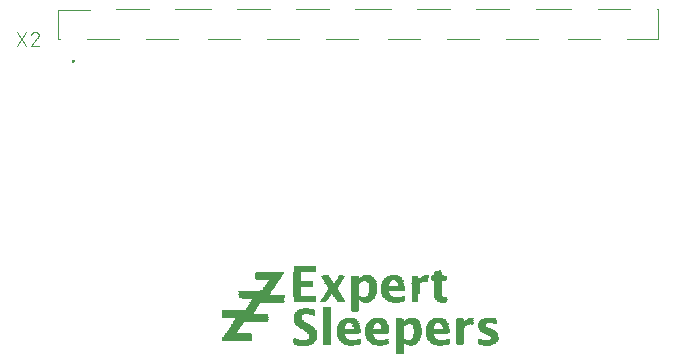
<source format=gbr>
G04 EAGLE Gerber RS-274X export*
G75*
%MOMM*%
%FSLAX34Y34*%
%LPD*%
%INSilkscreen Top*%
%IPPOS*%
%AMOC8*
5,1,8,0,0,1.08239X$1,22.5*%
G01*
%ADD10C,0.100000*%
%ADD11C,0.100000*%
%ADD12C,0.200000*%
%ADD13C,0.200000*%
%ADD14C,0.101600*%
%ADD15R,0.635000X0.042419*%
%ADD16R,0.635000X0.042162*%
%ADD17R,0.932181X0.042419*%
%ADD18R,0.508000X0.042419*%
%ADD19R,0.337819X0.042419*%
%ADD20R,0.594363X0.042419*%
%ADD21R,1.313181X0.042419*%
%ADD22R,0.548638X0.042419*%
%ADD23R,1.016000X0.042419*%
%ADD24R,1.059181X0.042419*%
%ADD25R,0.551181X0.042419*%
%ADD26R,0.972819X0.042419*%
%ADD27R,1.480819X0.042162*%
%ADD28R,1.313181X0.042162*%
%ADD29R,1.270000X0.042162*%
%ADD30R,0.845819X0.042162*%
%ADD31R,1.310638X0.042162*%
%ADD32R,0.591819X0.042162*%
%ADD33R,1.229363X0.042162*%
%ADD34R,1.564638X0.042419*%
%ADD35R,1.437638X0.042419*%
%ADD36R,1.440181X0.042419*%
%ADD37R,1.397000X0.042419*%
%ADD38R,1.651000X0.042419*%
%ADD39R,1.567181X0.042419*%
%ADD40R,1.524000X0.042419*%
%ADD41R,1.102363X0.042419*%
%ADD42R,1.480819X0.042419*%
%ADD43R,1.734819X0.042162*%
%ADD44R,1.607819X0.042162*%
%ADD45R,1.564638X0.042162*%
%ADD46R,1.818638X0.042162*%
%ADD47R,1.610363X0.042162*%
%ADD48R,1.524000X0.042162*%
%ADD49R,1.778000X0.042419*%
%ADD50R,1.607819X0.042419*%
%ADD51R,1.861819X0.042419*%
%ADD52R,1.821181X0.042419*%
%ADD53R,1.694181X0.042419*%
%ADD54R,1.691638X0.042419*%
%ADD55R,1.905000X0.042419*%
%ADD56R,1.861819X0.042162*%
%ADD57R,1.945638X0.042162*%
%ADD58R,1.737363X0.042162*%
%ADD59R,1.651000X0.042162*%
%ADD60R,2.496819X0.042419*%
%ADD61R,1.988819X0.042419*%
%ADD62R,2.583181X0.042419*%
%ADD63R,0.889000X0.042419*%
%ADD64R,0.929638X0.042419*%
%ADD65R,0.805181X0.042419*%
%ADD66R,0.464819X0.042419*%
%ADD67R,0.721363X0.042419*%
%ADD68R,2.540000X0.042162*%
%ADD69R,0.424181X0.042162*%
%ADD70R,0.805181X0.042162*%
%ADD71R,0.337819X0.042162*%
%ADD72R,0.294637X0.042162*%
%ADD73R,0.762000X0.042162*%
%ADD74R,0.848363X0.042162*%
%ADD75R,0.340363X0.042162*%
%ADD76R,0.297181X0.042162*%
%ADD77R,0.675638X0.042162*%
%ADD78R,2.540000X0.042419*%
%ADD79R,0.297181X0.042419*%
%ADD80R,0.762000X0.042419*%
%ADD81R,0.127000X0.042419*%
%ADD82R,0.170181X0.042419*%
%ADD83R,2.499363X0.042419*%
%ADD84R,0.718819X0.042419*%
%ADD85R,2.499363X0.042162*%
%ADD86R,0.718819X0.042162*%
%ADD87R,2.456181X0.042419*%
%ADD88R,0.675638X0.042419*%
%ADD89R,0.678181X0.042419*%
%ADD90R,2.413000X0.042419*%
%ADD91R,2.413000X0.042162*%
%ADD92R,0.678181X0.042162*%
%ADD93R,0.721363X0.042162*%
%ADD94R,2.372362X0.042419*%
%ADD95R,2.329181X0.042419*%
%ADD96R,2.329181X0.042162*%
%ADD97R,2.286000X0.042419*%
%ADD98R,2.245363X0.042419*%
%ADD99R,0.975363X0.042419*%
%ADD100R,2.202181X0.042162*%
%ADD101R,1.102363X0.042162*%
%ADD102R,1.099819X0.042419*%
%ADD103R,1.143000X0.042419*%
%ADD104R,0.802638X0.042419*%
%ADD105R,1.183638X0.042419*%
%ADD106R,0.929638X0.042162*%
%ADD107R,2.032000X0.042162*%
%ADD108R,1.988819X0.042162*%
%ADD109R,2.032000X0.042419*%
%ADD110R,1.226819X0.042419*%
%ADD111R,1.270000X0.042419*%
%ADD112R,0.889000X0.042162*%
%ADD113R,0.975363X0.042162*%
%ADD114R,1.099819X0.042162*%
%ADD115R,1.059181X0.042162*%
%ADD116R,0.591819X0.042419*%
%ADD117R,1.186181X0.042419*%
%ADD118R,1.183638X0.042162*%
%ADD119R,0.802638X0.042162*%
%ADD120R,1.229363X0.042419*%
%ADD121R,1.186181X0.042162*%
%ADD122R,0.594363X0.042162*%
%ADD123R,0.848363X0.042419*%
%ADD124R,0.932181X0.042162*%
%ADD125R,0.845819X0.042419*%
%ADD126R,1.056638X0.042419*%
%ADD127R,2.072637X0.042419*%
%ADD128R,0.086363X0.042419*%
%ADD129R,2.072637X0.042162*%
%ADD130R,1.440181X0.042162*%
%ADD131R,0.254000X0.042162*%
%ADD132R,1.483363X0.042162*%
%ADD133R,2.921000X0.042419*%
%ADD134R,2.880362X0.042419*%
%ADD135R,1.353819X0.042419*%
%ADD136R,2.880362X0.042162*%
%ADD137R,1.397000X0.042162*%
%ADD138R,2.837181X0.042419*%
%ADD139R,2.794000X0.042419*%
%ADD140R,2.794000X0.042162*%
%ADD141R,2.753363X0.042419*%
%ADD142R,3.556000X0.042419*%
%ADD143R,3.896363X0.042162*%
%ADD144R,3.896363X0.042419*%
%ADD145R,0.467363X0.042162*%
%ADD146R,2.667000X0.042419*%
%ADD147R,2.667000X0.042162*%
%ADD148R,2.710181X0.042419*%
%ADD149R,1.610363X0.042419*%
%ADD150R,2.753363X0.042162*%
%ADD151R,0.551181X0.042162*%
%ADD152R,1.483363X0.042419*%
%ADD153R,2.877819X0.042162*%
%ADD154R,1.945638X0.042419*%
%ADD155R,0.508000X0.042162*%
%ADD156R,1.016000X0.042162*%
%ADD157R,2.750819X0.042419*%
%ADD158R,1.864363X0.042419*%
%ADD159R,2.710181X0.042162*%
%ADD160R,1.864363X0.042162*%
%ADD161R,3.639819X0.042419*%
%ADD162R,1.948181X0.042419*%
%ADD163R,1.737363X0.042419*%
%ADD164R,3.853181X0.042162*%
%ADD165R,1.991363X0.042162*%
%ADD166R,1.778000X0.042162*%
%ADD167R,3.853181X0.042419*%
%ADD168R,0.254000X0.042419*%
%ADD169R,0.083819X0.042162*%
%ADD170R,2.626362X0.042162*%
%ADD171R,2.626362X0.042419*%
%ADD172R,1.310638X0.042419*%
%ADD173R,1.056638X0.042162*%
%ADD174R,1.694181X0.042162*%
%ADD175R,0.548638X0.042162*%
%ADD176R,2.075181X0.042419*%
%ADD177R,1.991363X0.042419*%
%ADD178R,1.356363X0.042419*%
%ADD179R,2.118362X0.042419*%
%ADD180R,2.118362X0.042162*%
%ADD181R,1.226819X0.042162*%
%ADD182R,1.356363X0.042162*%
%ADD183R,2.159000X0.042419*%
%ADD184R,2.202181X0.042419*%
%ADD185R,0.340363X0.042419*%
%ADD186R,0.381000X0.042419*%
%ADD187R,2.286000X0.042162*%
%ADD188R,0.381000X0.042162*%
%ADD189R,2.372362X0.042162*%
%ADD190R,0.213363X0.042162*%
%ADD191R,1.818638X0.042419*%


D10*
X126500Y359750D02*
X100000Y359750D01*
D11*
X100000Y359750D03*
D10*
X126500Y359750D01*
D11*
X126500Y359750D03*
X100000Y359750D03*
D10*
X100000Y334550D01*
D11*
X100000Y334550D03*
D10*
X100000Y359750D01*
X100000Y334550D02*
X101500Y334550D01*
D11*
X101500Y334550D03*
D10*
X100000Y334550D01*
D11*
X100000Y334550D03*
D10*
X124000Y334550D02*
X151500Y334550D01*
D11*
X151500Y334550D03*
D10*
X124000Y334550D01*
D11*
X124000Y334550D03*
D10*
X149000Y359950D02*
X176500Y359950D01*
D11*
X176500Y359950D03*
D10*
X149000Y359950D01*
D11*
X149000Y359950D03*
D10*
X174000Y334550D02*
X201500Y334550D01*
D11*
X201500Y334550D03*
D10*
X174000Y334550D01*
D11*
X174000Y334550D03*
D10*
X199000Y359950D02*
X229000Y359950D01*
D11*
X229000Y359950D03*
D10*
X199000Y359950D01*
D11*
X199000Y359950D03*
D10*
X226500Y334550D02*
X254000Y334550D01*
D11*
X254000Y334550D03*
D10*
X226500Y334550D01*
D11*
X226500Y334550D03*
D10*
X251500Y359950D02*
X279000Y359950D01*
D11*
X279000Y359950D03*
D10*
X251500Y359950D01*
D11*
X251500Y359950D03*
D10*
X276500Y334550D02*
X304000Y334550D01*
D11*
X304000Y334550D03*
D10*
X276500Y334550D01*
D11*
X276500Y334550D03*
D10*
X301500Y359950D02*
X329000Y359950D01*
D11*
X329000Y359950D03*
D10*
X301500Y359950D01*
D11*
X301500Y359950D03*
D10*
X326500Y334550D02*
X354000Y334550D01*
D11*
X354000Y334550D03*
D10*
X326500Y334550D01*
D11*
X326500Y334550D03*
D10*
X351500Y359950D02*
X381500Y359950D01*
D11*
X381500Y359950D03*
D10*
X351500Y359950D01*
D11*
X351500Y359950D03*
D10*
X379000Y334550D02*
X406500Y334550D01*
D11*
X406500Y334550D03*
D10*
X379000Y334550D01*
D11*
X379000Y334550D03*
D10*
X404000Y359950D02*
X431500Y359950D01*
D11*
X431500Y359950D03*
D10*
X404000Y359950D01*
D11*
X404000Y359950D03*
D10*
X429000Y334550D02*
X456500Y334550D01*
D11*
X456500Y334550D03*
D10*
X429000Y334550D01*
D11*
X429000Y334550D03*
D10*
X454000Y359950D02*
X481500Y359950D01*
D11*
X481500Y359950D03*
D10*
X454000Y359950D01*
D11*
X454000Y359950D03*
D10*
X479000Y334550D02*
X506500Y334550D01*
D11*
X506500Y334550D03*
D10*
X479000Y334550D01*
D11*
X479000Y334550D03*
D10*
X504000Y359950D02*
X534000Y359950D01*
D11*
X534000Y359950D03*
D10*
X504000Y359950D01*
D11*
X504000Y359950D03*
D10*
X531500Y334550D02*
X559000Y334550D01*
D11*
X559000Y334550D03*
D10*
X531500Y334550D01*
D11*
X531500Y334550D03*
D10*
X556500Y359950D02*
X584000Y359950D01*
D11*
X584000Y359950D03*
D10*
X556500Y359950D01*
D11*
X556500Y359950D03*
D10*
X581500Y334550D02*
X608000Y334550D01*
D11*
X608000Y334550D03*
D10*
X581500Y334550D01*
D11*
X581500Y334550D03*
X608000Y334550D03*
D10*
X608000Y359950D01*
D11*
X608000Y359950D03*
D10*
X608000Y334550D01*
X608000Y359950D02*
X606500Y359950D01*
D11*
X606500Y359950D03*
D10*
X608000Y359950D01*
D11*
X608000Y359950D03*
D12*
X112000Y316250D03*
D13*
X112002Y316206D01*
X112008Y316163D01*
X112017Y316121D01*
X112030Y316079D01*
X112047Y316039D01*
X112067Y316000D01*
X112090Y315963D01*
X112117Y315929D01*
X112146Y315896D01*
X112179Y315867D01*
X112213Y315840D01*
X112250Y315817D01*
X112289Y315797D01*
X112329Y315780D01*
X112371Y315767D01*
X112413Y315758D01*
X112456Y315752D01*
X112500Y315750D01*
X112544Y315752D01*
X112587Y315758D01*
X112629Y315767D01*
X112671Y315780D01*
X112711Y315797D01*
X112750Y315817D01*
X112787Y315840D01*
X112821Y315867D01*
X112854Y315896D01*
X112883Y315929D01*
X112910Y315963D01*
X112933Y316000D01*
X112953Y316039D01*
X112970Y316079D01*
X112983Y316121D01*
X112992Y316163D01*
X112998Y316206D01*
X113000Y316250D01*
D12*
X113000Y316250D03*
D13*
X112998Y316294D01*
X112992Y316337D01*
X112983Y316379D01*
X112970Y316421D01*
X112953Y316461D01*
X112933Y316500D01*
X112910Y316537D01*
X112883Y316571D01*
X112854Y316604D01*
X112821Y316633D01*
X112787Y316660D01*
X112750Y316683D01*
X112711Y316703D01*
X112671Y316720D01*
X112629Y316733D01*
X112587Y316742D01*
X112544Y316748D01*
X112500Y316750D01*
X112456Y316748D01*
X112413Y316742D01*
X112371Y316733D01*
X112329Y316720D01*
X112289Y316703D01*
X112250Y316683D01*
X112213Y316660D01*
X112179Y316633D01*
X112146Y316604D01*
X112117Y316571D01*
X112090Y316537D01*
X112067Y316500D01*
X112047Y316461D01*
X112030Y316421D01*
X112017Y316379D01*
X112008Y316337D01*
X112002Y316294D01*
X112000Y316250D01*
D12*
X112000Y316250D03*
D13*
X112002Y316206D01*
X112008Y316163D01*
X112017Y316121D01*
X112030Y316079D01*
X112047Y316039D01*
X112067Y316000D01*
X112090Y315963D01*
X112117Y315929D01*
X112146Y315896D01*
X112179Y315867D01*
X112213Y315840D01*
X112250Y315817D01*
X112289Y315797D01*
X112329Y315780D01*
X112371Y315767D01*
X112413Y315758D01*
X112456Y315752D01*
X112500Y315750D01*
X112544Y315752D01*
X112587Y315758D01*
X112629Y315767D01*
X112671Y315780D01*
X112711Y315797D01*
X112750Y315817D01*
X112787Y315840D01*
X112821Y315867D01*
X112854Y315896D01*
X112883Y315929D01*
X112910Y315963D01*
X112933Y316000D01*
X112953Y316039D01*
X112970Y316079D01*
X112983Y316121D01*
X112992Y316163D01*
X112998Y316206D01*
X113000Y316250D01*
D14*
X72504Y340992D02*
X64715Y329308D01*
X72504Y329308D02*
X64715Y340992D01*
X80364Y340992D02*
X80471Y340990D01*
X80577Y340984D01*
X80683Y340974D01*
X80789Y340961D01*
X80895Y340943D01*
X80999Y340922D01*
X81103Y340897D01*
X81206Y340868D01*
X81307Y340836D01*
X81407Y340799D01*
X81506Y340759D01*
X81604Y340716D01*
X81700Y340669D01*
X81794Y340618D01*
X81886Y340564D01*
X81976Y340507D01*
X82064Y340447D01*
X82149Y340383D01*
X82232Y340316D01*
X82313Y340246D01*
X82391Y340174D01*
X82467Y340098D01*
X82539Y340020D01*
X82609Y339939D01*
X82676Y339856D01*
X82740Y339771D01*
X82800Y339683D01*
X82857Y339593D01*
X82911Y339501D01*
X82962Y339407D01*
X83009Y339311D01*
X83052Y339213D01*
X83092Y339114D01*
X83129Y339014D01*
X83161Y338913D01*
X83190Y338810D01*
X83215Y338706D01*
X83236Y338602D01*
X83254Y338496D01*
X83267Y338390D01*
X83277Y338284D01*
X83283Y338178D01*
X83285Y338071D01*
X80364Y340992D02*
X80243Y340990D01*
X80122Y340984D01*
X80002Y340974D01*
X79881Y340961D01*
X79762Y340943D01*
X79642Y340922D01*
X79524Y340897D01*
X79407Y340868D01*
X79290Y340835D01*
X79175Y340799D01*
X79061Y340758D01*
X78948Y340715D01*
X78836Y340667D01*
X78727Y340616D01*
X78619Y340561D01*
X78512Y340503D01*
X78408Y340442D01*
X78306Y340377D01*
X78206Y340309D01*
X78108Y340238D01*
X78012Y340164D01*
X77919Y340087D01*
X77829Y340006D01*
X77741Y339923D01*
X77656Y339837D01*
X77573Y339748D01*
X77494Y339657D01*
X77417Y339563D01*
X77344Y339467D01*
X77274Y339369D01*
X77207Y339268D01*
X77143Y339165D01*
X77083Y339060D01*
X77026Y338953D01*
X76972Y338845D01*
X76922Y338735D01*
X76876Y338623D01*
X76833Y338510D01*
X76794Y338395D01*
X82312Y335799D02*
X82391Y335876D01*
X82467Y335957D01*
X82540Y336040D01*
X82610Y336125D01*
X82677Y336213D01*
X82741Y336303D01*
X82801Y336395D01*
X82858Y336490D01*
X82912Y336586D01*
X82963Y336684D01*
X83010Y336784D01*
X83054Y336886D01*
X83094Y336989D01*
X83130Y337093D01*
X83162Y337199D01*
X83191Y337305D01*
X83216Y337413D01*
X83238Y337521D01*
X83255Y337631D01*
X83269Y337740D01*
X83278Y337850D01*
X83284Y337961D01*
X83286Y338071D01*
X82311Y335799D02*
X76794Y329308D01*
X83285Y329308D01*
D15*
X389052Y68157D03*
D16*
X389052Y68580D03*
D15*
X389052Y69003D03*
X389052Y69427D03*
D16*
X389052Y69850D03*
D15*
X389052Y70273D03*
X389052Y70697D03*
D16*
X389052Y71120D03*
D15*
X389052Y71543D03*
X389052Y71967D03*
D16*
X389052Y72390D03*
D15*
X389052Y72813D03*
X389052Y73237D03*
D16*
X389052Y73660D03*
D15*
X389052Y74083D03*
X389052Y74507D03*
D16*
X389052Y74930D03*
D17*
X307124Y75353D03*
D18*
X347777Y75353D03*
X371907Y75353D03*
D15*
X389052Y75353D03*
D19*
X398564Y75353D03*
D18*
X423113Y75353D03*
D20*
X462915Y75353D03*
D21*
X306921Y75777D03*
D22*
X327660Y75777D03*
D23*
X348615Y75777D03*
D24*
X372529Y75777D03*
D15*
X389052Y75777D03*
X398348Y75777D03*
D23*
X423977Y75777D03*
D25*
X440271Y75777D03*
D26*
X462699Y75777D03*
D27*
X306921Y76200D03*
D16*
X327660Y76200D03*
D28*
X348831Y76200D03*
D29*
X372745Y76200D03*
D16*
X389052Y76200D03*
D30*
X398564Y76200D03*
D31*
X424180Y76200D03*
D32*
X440474Y76200D03*
D33*
X462280Y76200D03*
D34*
X307340Y76623D03*
D15*
X327660Y76623D03*
D35*
X348615Y76623D03*
X372745Y76623D03*
D15*
X389052Y76623D03*
D26*
X398361Y76623D03*
D36*
X423964Y76623D03*
D15*
X440258Y76623D03*
D37*
X462280Y76623D03*
D38*
X307772Y77047D03*
D15*
X327660Y77047D03*
D39*
X348399Y77047D03*
D40*
X372313Y77047D03*
D15*
X389052Y77047D03*
D41*
X398145Y77047D03*
D40*
X423545Y77047D03*
D15*
X440258Y77047D03*
D42*
X462699Y77047D03*
D43*
X307759Y77470D03*
D16*
X327660Y77470D03*
D44*
X348196Y77470D03*
D45*
X372110Y77470D03*
D46*
X394970Y77470D03*
D47*
X423545Y77470D03*
D16*
X440258Y77470D03*
D48*
X462915Y77470D03*
D49*
X307975Y77893D03*
D15*
X327660Y77893D03*
D38*
X347980Y77893D03*
D50*
X371894Y77893D03*
D51*
X395186Y77893D03*
D38*
X423342Y77893D03*
D15*
X440258Y77893D03*
D39*
X463131Y77893D03*
D52*
X308191Y78317D03*
D15*
X327660Y78317D03*
D53*
X347764Y78317D03*
D54*
X371475Y78317D03*
D55*
X395402Y78317D03*
D53*
X423126Y78317D03*
D15*
X440258Y78317D03*
D50*
X463334Y78317D03*
D56*
X308394Y78740D03*
D16*
X327660Y78740D03*
D43*
X347561Y78740D03*
X371259Y78740D03*
D57*
X395605Y78740D03*
D58*
X422910Y78740D03*
D16*
X440258Y78740D03*
D59*
X463550Y78740D03*
D60*
X251041Y79163D03*
D55*
X308610Y79163D03*
D15*
X327660Y79163D03*
D49*
X347345Y79163D03*
X371043Y79163D03*
D61*
X395821Y79163D03*
D49*
X422707Y79163D03*
D15*
X440258Y79163D03*
D53*
X463766Y79163D03*
D62*
X251041Y79587D03*
D15*
X302260Y79587D03*
D63*
X313690Y79587D03*
D15*
X327660Y79587D03*
D52*
X347129Y79587D03*
D49*
X371043Y79587D03*
D64*
X390525Y79587D03*
D65*
X401739Y79587D03*
D52*
X422491Y79587D03*
D15*
X440258Y79587D03*
D66*
X457619Y79587D03*
D67*
X468630Y79587D03*
D68*
X251257Y80010D03*
D69*
X301206Y80010D03*
D70*
X314541Y80010D03*
D16*
X327660Y80010D03*
D30*
X341846Y80010D03*
D71*
X354546Y80010D03*
D30*
X365976Y80010D03*
D72*
X378460Y80010D03*
D30*
X390106Y80010D03*
D73*
X402387Y80010D03*
D74*
X417195Y80010D03*
D75*
X429895Y80010D03*
D16*
X440258Y80010D03*
D76*
X456781Y80010D03*
D77*
X469265Y80010D03*
D78*
X251257Y80433D03*
D79*
X300571Y80433D03*
D67*
X314960Y80433D03*
D15*
X327660Y80433D03*
D80*
X341427Y80433D03*
D81*
X355168Y80433D03*
D65*
X365341Y80433D03*
D81*
X379298Y80433D03*
D80*
X389687Y80433D03*
X402793Y80433D03*
X416763Y80433D03*
D81*
X430530Y80433D03*
D15*
X440258Y80433D03*
D82*
X456146Y80433D03*
D15*
X469468Y80433D03*
D83*
X251460Y80857D03*
D81*
X300152Y80857D03*
D84*
X315379Y80857D03*
D15*
X327660Y80857D03*
D80*
X340995Y80857D03*
X365125Y80857D03*
D84*
X389471Y80857D03*
X403009Y80857D03*
D80*
X416357Y80857D03*
D15*
X440258Y80857D03*
X469468Y80857D03*
D85*
X251460Y81280D03*
D86*
X315379Y81280D03*
D16*
X327660Y81280D03*
D86*
X340779Y81280D03*
D73*
X364693Y81280D03*
D77*
X389255Y81280D03*
X403225Y81280D03*
D86*
X416141Y81280D03*
D16*
X440258Y81280D03*
X469468Y81280D03*
D87*
X251676Y81703D03*
D88*
X315595Y81703D03*
D15*
X327660Y81703D03*
D67*
X340360Y81703D03*
X364490Y81703D03*
D15*
X389052Y81703D03*
D89*
X403644Y81703D03*
D84*
X415709Y81703D03*
D15*
X440258Y81703D03*
X469468Y81703D03*
D90*
X251892Y82127D03*
D88*
X315595Y82127D03*
D15*
X327660Y82127D03*
D89*
X340144Y82127D03*
X364274Y82127D03*
D15*
X389052Y82127D03*
D89*
X403644Y82127D03*
X415506Y82127D03*
D15*
X440258Y82127D03*
X469468Y82127D03*
D91*
X251892Y82550D03*
D92*
X316014Y82550D03*
D16*
X327660Y82550D03*
D86*
X339941Y82550D03*
D77*
X363855Y82550D03*
D16*
X389052Y82550D03*
D92*
X403644Y82550D03*
D93*
X415290Y82550D03*
D16*
X440258Y82550D03*
D77*
X469265Y82550D03*
D94*
X252095Y82973D03*
D89*
X316014Y82973D03*
D15*
X327660Y82973D03*
D88*
X339725Y82973D03*
X363855Y82973D03*
D15*
X389052Y82973D03*
D89*
X404076Y82973D03*
X415074Y82973D03*
D15*
X440258Y82973D03*
D84*
X469049Y82973D03*
D95*
X252311Y83397D03*
D89*
X316014Y83397D03*
D15*
X327660Y83397D03*
D88*
X339725Y83397D03*
D15*
X363652Y83397D03*
X389052Y83397D03*
D89*
X404076Y83397D03*
X415074Y83397D03*
D15*
X440258Y83397D03*
D80*
X468833Y83397D03*
D96*
X252311Y83820D03*
D92*
X316014Y83820D03*
D16*
X327660Y83820D03*
X339522Y83820D03*
D92*
X363436Y83820D03*
D16*
X389052Y83820D03*
D92*
X404076Y83820D03*
D16*
X414858Y83820D03*
X440258Y83820D03*
D30*
X468414Y83820D03*
D97*
X252527Y84243D03*
D84*
X315811Y84243D03*
D15*
X327660Y84243D03*
X339522Y84243D03*
D89*
X363436Y84243D03*
D15*
X389052Y84243D03*
D89*
X404076Y84243D03*
D88*
X414655Y84243D03*
D15*
X440258Y84243D03*
D64*
X467995Y84243D03*
D98*
X252730Y84667D03*
D84*
X315811Y84667D03*
D15*
X327660Y84667D03*
D89*
X339306Y84667D03*
D15*
X363220Y84667D03*
X389052Y84667D03*
X404292Y84667D03*
D88*
X414655Y84667D03*
D15*
X440258Y84667D03*
D99*
X467360Y84667D03*
D100*
X252514Y85090D03*
D73*
X315595Y85090D03*
D16*
X327660Y85090D03*
D92*
X339306Y85090D03*
X363436Y85090D03*
D16*
X389052Y85090D03*
X404292Y85090D03*
D77*
X414655Y85090D03*
D16*
X440258Y85090D03*
D101*
X466725Y85090D03*
D102*
X247434Y85513D03*
D80*
X315163Y85513D03*
D15*
X327660Y85513D03*
D55*
X345440Y85513D03*
X369570Y85513D03*
D15*
X389052Y85513D03*
D88*
X404495Y85513D03*
D55*
X420802Y85513D03*
D15*
X440258Y85513D03*
D103*
X466090Y85513D03*
D63*
X246812Y85937D03*
D104*
X314960Y85937D03*
D15*
X327660Y85937D03*
D61*
X345859Y85937D03*
X369989Y85937D03*
D15*
X389052Y85937D03*
D88*
X404495Y85937D03*
D61*
X421221Y85937D03*
D15*
X440258Y85937D03*
D105*
X465455Y85937D03*
D106*
X247015Y86360D03*
D30*
X314744Y86360D03*
D16*
X327660Y86360D03*
D107*
X346075Y86360D03*
D108*
X369989Y86360D03*
D16*
X389052Y86360D03*
D77*
X404495Y86360D03*
D108*
X421221Y86360D03*
D16*
X440258Y86360D03*
D33*
X464820Y86360D03*
D63*
X247218Y86783D03*
X314528Y86783D03*
D15*
X327660Y86783D03*
D109*
X346075Y86783D03*
D61*
X369989Y86783D03*
D15*
X389052Y86783D03*
D88*
X404495Y86783D03*
D61*
X421221Y86783D03*
D15*
X440258Y86783D03*
D110*
X464401Y86783D03*
D63*
X247650Y87207D03*
D17*
X313906Y87207D03*
D15*
X327660Y87207D03*
D109*
X346075Y87207D03*
D61*
X369989Y87207D03*
D15*
X389052Y87207D03*
D88*
X404495Y87207D03*
D61*
X421221Y87207D03*
D15*
X440258Y87207D03*
D111*
X463753Y87207D03*
D112*
X247650Y87630D03*
D113*
X313690Y87630D03*
D16*
X327660Y87630D03*
D107*
X346075Y87630D03*
D108*
X369989Y87630D03*
D16*
X389052Y87630D03*
D77*
X404495Y87630D03*
D108*
X421221Y87630D03*
D16*
X440258Y87630D03*
D29*
X463347Y87630D03*
D63*
X248082Y88053D03*
D23*
X313055Y88053D03*
D15*
X327660Y88053D03*
D61*
X345859Y88053D03*
X369989Y88053D03*
D15*
X389052Y88053D03*
D88*
X404495Y88053D03*
D61*
X421221Y88053D03*
D15*
X440258Y88053D03*
D110*
X462699Y88053D03*
D63*
X248488Y88477D03*
D102*
X312636Y88477D03*
D15*
X327660Y88477D03*
D61*
X345859Y88477D03*
X369989Y88477D03*
D15*
X389052Y88477D03*
D88*
X404495Y88477D03*
D61*
X421221Y88477D03*
D15*
X440258Y88477D03*
D103*
X462280Y88477D03*
D112*
X248488Y88900D03*
D114*
X312204Y88900D03*
D16*
X327660Y88900D03*
D108*
X345859Y88900D03*
X369989Y88900D03*
D16*
X389052Y88900D03*
D77*
X404495Y88900D03*
D108*
X421221Y88900D03*
D16*
X440258Y88900D03*
D115*
X461429Y88900D03*
D63*
X248920Y89323D03*
D103*
X311582Y89323D03*
D15*
X327660Y89323D03*
D89*
X339306Y89323D03*
D116*
X352844Y89323D03*
D89*
X363436Y89323D03*
D15*
X376758Y89323D03*
X389052Y89323D03*
D88*
X404495Y89323D03*
X414655Y89323D03*
D116*
X428206Y89323D03*
D15*
X440258Y89323D03*
D23*
X460807Y89323D03*
D63*
X249352Y89747D03*
D117*
X310934Y89747D03*
D15*
X327660Y89747D03*
D89*
X339306Y89747D03*
D116*
X352844Y89747D03*
D15*
X363220Y89747D03*
D116*
X376974Y89747D03*
D15*
X389052Y89747D03*
D89*
X404076Y89747D03*
D88*
X414655Y89747D03*
D116*
X428206Y89747D03*
D15*
X440258Y89747D03*
D64*
X460375Y89747D03*
D112*
X249352Y90170D03*
D118*
X310515Y90170D03*
D16*
X327660Y90170D03*
X339522Y90170D03*
D32*
X352844Y90170D03*
D16*
X363220Y90170D03*
D32*
X376974Y90170D03*
D16*
X389052Y90170D03*
D92*
X404076Y90170D03*
D16*
X414858Y90170D03*
D32*
X428206Y90170D03*
D92*
X440474Y90170D03*
D119*
X459740Y90170D03*
D63*
X249758Y90593D03*
D120*
X309880Y90593D03*
D15*
X327660Y90593D03*
X339522Y90593D03*
D116*
X352844Y90593D03*
D15*
X363652Y90593D03*
D20*
X376555Y90593D03*
D15*
X389052Y90593D03*
D89*
X404076Y90593D03*
D15*
X414858Y90593D03*
D116*
X428206Y90593D03*
D67*
X440690Y90593D03*
D84*
X459321Y90593D03*
D63*
X250190Y91017D03*
D110*
X309461Y91017D03*
D15*
X327660Y91017D03*
X339522Y91017D03*
D116*
X352844Y91017D03*
D15*
X363652Y91017D03*
D20*
X376555Y91017D03*
D88*
X389255Y91017D03*
D89*
X404076Y91017D03*
D15*
X414858Y91017D03*
D22*
X427990Y91017D03*
D67*
X440690Y91017D03*
D84*
X458889Y91017D03*
D112*
X250190Y91440D03*
D121*
X308826Y91440D03*
D16*
X327660Y91440D03*
X339522Y91440D03*
D122*
X352425Y91440D03*
D16*
X363652Y91440D03*
D122*
X376555Y91440D03*
D86*
X389471Y91440D03*
D93*
X403860Y91440D03*
D16*
X414858Y91440D03*
D32*
X427774Y91440D03*
D73*
X440893Y91440D03*
D92*
X458686Y91440D03*
D63*
X250622Y91863D03*
D110*
X308191Y91863D03*
D15*
X327660Y91863D03*
X339928Y91863D03*
D20*
X352425Y91863D03*
D15*
X364058Y91863D03*
D20*
X376555Y91863D03*
D80*
X389687Y91863D03*
D67*
X403860Y91863D03*
D15*
X415290Y91863D03*
D116*
X427774Y91863D03*
D123*
X441325Y91863D03*
D15*
X458470Y91863D03*
D63*
X251028Y92287D03*
D117*
X307556Y92287D03*
D15*
X327660Y92287D03*
X339928Y92287D03*
D20*
X352425Y92287D03*
D15*
X364058Y92287D03*
D25*
X376339Y92287D03*
D104*
X389890Y92287D03*
D84*
X403441Y92287D03*
D15*
X415290Y92287D03*
D116*
X427774Y92287D03*
D63*
X441528Y92287D03*
D15*
X458470Y92287D03*
D124*
X251244Y92710D03*
D121*
X307124Y92710D03*
D16*
X327660Y92710D03*
X340360Y92710D03*
D32*
X352006Y92710D03*
D92*
X364274Y92710D03*
D32*
X376136Y92710D03*
D112*
X390322Y92710D03*
D73*
X403225Y92710D03*
D16*
X415722Y92710D03*
D122*
X427355Y92710D03*
D113*
X441960Y92710D03*
D16*
X458470Y92710D03*
D63*
X251460Y93133D03*
D103*
X306502Y93133D03*
D15*
X327660Y93133D03*
D89*
X340576Y93133D03*
D116*
X352006Y93133D03*
D89*
X364706Y93133D03*
D15*
X375920Y93133D03*
D26*
X390741Y93133D03*
D125*
X402806Y93133D03*
D88*
X415925Y93133D03*
D20*
X427355Y93133D03*
D103*
X442798Y93133D03*
D82*
X450634Y93133D03*
D15*
X458470Y93133D03*
D63*
X251892Y93557D03*
D126*
X306070Y93557D03*
D15*
X327660Y93557D03*
D88*
X340995Y93557D03*
D15*
X351790Y93557D03*
D89*
X364706Y93557D03*
D116*
X375704Y93557D03*
D127*
X396240Y93557D03*
D89*
X416344Y93557D03*
D15*
X427152Y93557D03*
D36*
X444284Y93557D03*
D15*
X458902Y93557D03*
D128*
X470535Y93557D03*
D106*
X252095Y93980D03*
D115*
X305651Y93980D03*
D16*
X327660Y93980D03*
D86*
X341211Y93980D03*
D16*
X351358Y93980D03*
D86*
X365341Y93980D03*
D77*
X375285Y93980D03*
D129*
X396240Y93980D03*
D93*
X416560Y93980D03*
D16*
X426720Y93980D03*
D130*
X444284Y93980D03*
D86*
X459321Y93980D03*
D131*
X469697Y93980D03*
D63*
X252298Y94403D03*
D23*
X305003Y94403D03*
D15*
X327660Y94403D03*
D65*
X342049Y94403D03*
D80*
X350723Y94403D03*
D65*
X366179Y94403D03*
D80*
X374447Y94403D03*
D109*
X396037Y94403D03*
D65*
X417411Y94403D03*
D80*
X426085Y94403D03*
D36*
X444284Y94403D03*
D40*
X463753Y94403D03*
D63*
X252730Y94827D03*
D17*
X304584Y94827D03*
D15*
X327660Y94827D03*
D39*
X346291Y94827D03*
X370421Y94827D03*
D109*
X396037Y94827D03*
D34*
X421640Y94827D03*
D36*
X444284Y94827D03*
D40*
X463753Y94827D03*
D124*
X252946Y95250D03*
D106*
X304165Y95250D03*
D16*
X327660Y95250D03*
D48*
X346507Y95250D03*
D27*
X370421Y95250D03*
D16*
X389052Y95250D03*
D28*
X399199Y95250D03*
D132*
X421640Y95250D03*
D16*
X440258Y95250D03*
D73*
X447675Y95250D03*
D27*
X463969Y95250D03*
D133*
X263322Y95673D03*
D125*
X303746Y95673D03*
D15*
X327660Y95673D03*
D36*
X346494Y95673D03*
D37*
X370408Y95673D03*
D15*
X389052Y95673D03*
D110*
X399199Y95673D03*
D36*
X421856Y95673D03*
D15*
X440258Y95673D03*
D84*
X447891Y95673D03*
D42*
X463969Y95673D03*
D134*
X263525Y96097D03*
D104*
X303530Y96097D03*
D15*
X327660Y96097D03*
D135*
X346494Y96097D03*
X370624Y96097D03*
D15*
X389052Y96097D03*
D103*
X399212Y96097D03*
D135*
X421856Y96097D03*
D15*
X440258Y96097D03*
D89*
X448094Y96097D03*
D35*
X464185Y96097D03*
D136*
X263525Y96520D03*
D73*
X303327Y96520D03*
D16*
X327660Y96520D03*
D29*
X346507Y96520D03*
X370637Y96520D03*
D16*
X389052Y96520D03*
D115*
X399199Y96520D03*
D29*
X421843Y96520D03*
D16*
X440258Y96520D03*
X448310Y96520D03*
D137*
X464388Y96520D03*
D138*
X263741Y96943D03*
D84*
X303111Y96943D03*
D15*
X327660Y96943D03*
D103*
X346710Y96943D03*
X370408Y96943D03*
D15*
X389052Y96943D03*
D26*
X399199Y96943D03*
D103*
X422072Y96943D03*
D15*
X440258Y96943D03*
D116*
X448526Y96943D03*
D111*
X464617Y96943D03*
D139*
X263957Y97367D03*
D88*
X302895Y97367D03*
D15*
X327660Y97367D03*
D23*
X346507Y97367D03*
X370637Y97367D03*
D15*
X389052Y97367D03*
D63*
X399212Y97367D03*
D23*
X421843Y97367D03*
D15*
X440258Y97367D03*
D18*
X448945Y97367D03*
D120*
X464820Y97367D03*
D140*
X263957Y97790D03*
D16*
X302692Y97790D03*
X327660Y97790D03*
D119*
X346710Y97790D03*
D30*
X370624Y97790D03*
D32*
X388836Y97790D03*
D86*
X399199Y97790D03*
D30*
X421856Y97790D03*
D32*
X440474Y97790D03*
D69*
X449364Y97790D03*
D115*
X465239Y97790D03*
D141*
X264160Y98213D03*
D15*
X302692Y98213D03*
X327660Y98213D03*
D22*
X346710Y98213D03*
D18*
X370637Y98213D03*
D66*
X399199Y98213D03*
D25*
X422059Y98213D03*
D19*
X449796Y98213D03*
D89*
X465036Y98213D03*
D142*
X260147Y98637D03*
D15*
X302692Y98637D03*
X327660Y98637D03*
D143*
X258445Y99060D03*
D16*
X302692Y99060D03*
X327660Y99060D03*
D144*
X258445Y99483D03*
D15*
X302692Y99483D03*
X327660Y99483D03*
D144*
X258445Y99907D03*
D15*
X302692Y99907D03*
X327660Y99907D03*
D143*
X258445Y100330D03*
D77*
X302895Y100330D03*
D16*
X327660Y100330D03*
D144*
X258445Y100753D03*
D88*
X302895Y100753D03*
D81*
X316662Y100753D03*
D15*
X327660Y100753D03*
D144*
X258445Y101177D03*
D67*
X303530Y101177D03*
D79*
X315811Y101177D03*
D15*
X327660Y101177D03*
D143*
X258445Y101600D03*
D70*
X303949Y101600D03*
D145*
X314960Y101600D03*
D16*
X327660Y101600D03*
D146*
X252298Y102023D03*
D53*
X308826Y102023D03*
D15*
X327660Y102023D03*
D146*
X252298Y102447D03*
D53*
X308826Y102447D03*
D15*
X327660Y102447D03*
D147*
X252298Y102870D03*
D59*
X309042Y102870D03*
D16*
X327660Y102870D03*
D148*
X252514Y103293D03*
D149*
X309245Y103293D03*
D15*
X327660Y103293D03*
D148*
X252514Y103717D03*
D39*
X309461Y103717D03*
D15*
X327660Y103717D03*
D150*
X252730Y104140D03*
D48*
X309677Y104140D03*
D16*
X327660Y104140D03*
D151*
X351371Y104140D03*
D139*
X252933Y104563D03*
D152*
X309880Y104563D03*
D15*
X327660Y104563D03*
D20*
X351155Y104563D03*
D103*
X261188Y104987D03*
D37*
X310312Y104987D03*
D15*
X327660Y104987D03*
D20*
X351155Y104987D03*
D112*
X262890Y105410D03*
D29*
X310515Y105410D03*
D16*
X327660Y105410D03*
X351358Y105410D03*
D63*
X263322Y105833D03*
D23*
X310083Y105833D03*
D15*
X327660Y105833D03*
X351358Y105833D03*
D63*
X263322Y106257D03*
D66*
X309461Y106257D03*
D15*
X327660Y106257D03*
X351358Y106257D03*
D112*
X263728Y106680D03*
D16*
X327660Y106680D03*
X351358Y106680D03*
D63*
X264160Y107103D03*
D15*
X327660Y107103D03*
X351358Y107103D03*
D63*
X264160Y107527D03*
D15*
X351358Y107527D03*
D112*
X264592Y107950D03*
D16*
X351358Y107950D03*
D63*
X264998Y108373D03*
D15*
X351358Y108373D03*
D63*
X264998Y108797D03*
D15*
X351358Y108797D03*
D112*
X265430Y109220D03*
D16*
X351358Y109220D03*
D63*
X265862Y109643D03*
D15*
X351358Y109643D03*
D63*
X265862Y110067D03*
D15*
X351358Y110067D03*
D112*
X266268Y110490D03*
D16*
X351358Y110490D03*
D63*
X266700Y110913D03*
D15*
X351358Y110913D03*
D17*
X266916Y111337D03*
D15*
X351358Y111337D03*
D153*
X277076Y111760D03*
D16*
X351358Y111760D03*
D145*
X360680Y111760D03*
D86*
X385661Y111760D03*
D151*
X425869Y111760D03*
D138*
X277279Y112183D03*
D154*
X309245Y112183D03*
D18*
X324485Y112183D03*
D88*
X339725Y112183D03*
D15*
X351358Y112183D03*
D67*
X360680Y112183D03*
D103*
X386080Y112183D03*
D116*
X402374Y112183D03*
D80*
X425653Y112183D03*
D138*
X277279Y112607D03*
D154*
X309245Y112607D03*
D18*
X324485Y112607D03*
D88*
X339725Y112607D03*
D15*
X351358Y112607D03*
D63*
X360680Y112607D03*
D135*
X386296Y112607D03*
D116*
X402374Y112607D03*
D125*
X425234Y112607D03*
D140*
X277495Y113030D03*
D57*
X309245Y113030D03*
D155*
X324917Y113030D03*
D92*
X339306Y113030D03*
D16*
X351358Y113030D03*
D156*
X360477Y113030D03*
D132*
X386080Y113030D03*
D32*
X402374Y113030D03*
D112*
X425018Y113030D03*
D157*
X277711Y113453D03*
D154*
X309245Y113453D03*
D22*
X325120Y113453D03*
D67*
X339090Y113453D03*
D15*
X351358Y113453D03*
D102*
X360464Y113453D03*
D39*
X385661Y113453D03*
D116*
X402374Y113453D03*
D64*
X424815Y113453D03*
D157*
X277711Y113877D03*
D154*
X309245Y113877D03*
D18*
X325323Y113877D03*
D84*
X338671Y113877D03*
D158*
X357505Y113877D03*
D149*
X385445Y113877D03*
D116*
X402374Y113877D03*
D26*
X424599Y113877D03*
D159*
X277914Y114300D03*
D57*
X309245Y114300D03*
D155*
X325755Y114300D03*
D86*
X338671Y114300D03*
D160*
X357505Y114300D03*
D59*
X385242Y114300D03*
D32*
X402374Y114300D03*
D156*
X424383Y114300D03*
D148*
X277914Y114723D03*
D154*
X309245Y114723D03*
D25*
X325971Y114723D03*
D84*
X338239Y114723D03*
D55*
X357708Y114723D03*
D53*
X385026Y114723D03*
D116*
X402374Y114723D03*
D126*
X424180Y114723D03*
D161*
X273266Y115147D03*
D154*
X309245Y115147D03*
D22*
X326390Y115147D03*
D67*
X337820Y115147D03*
D162*
X357924Y115147D03*
D163*
X384810Y115147D03*
D116*
X402374Y115147D03*
D126*
X424180Y115147D03*
D164*
X272199Y115570D03*
D57*
X309245Y115570D03*
D155*
X326593Y115570D03*
D93*
X337820Y115570D03*
D165*
X358140Y115570D03*
D166*
X384607Y115570D03*
D32*
X402374Y115570D03*
D114*
X423964Y115570D03*
D167*
X272199Y115993D03*
D154*
X309245Y115993D03*
D25*
X326809Y115993D03*
D84*
X337401Y115993D03*
D63*
X352628Y115993D03*
D65*
X364071Y115993D03*
D26*
X380149Y115993D03*
D18*
X390957Y115993D03*
D116*
X402374Y115993D03*
D65*
X422491Y115993D03*
D167*
X272199Y116417D03*
D55*
X309042Y116417D03*
D25*
X327241Y116417D03*
D84*
X336969Y116417D03*
D65*
X352209Y116417D03*
D80*
X364693Y116417D03*
D123*
X379095Y116417D03*
D168*
X392227Y116417D03*
D116*
X402374Y116417D03*
D84*
X422059Y116417D03*
D164*
X272199Y116840D03*
D92*
X302476Y116840D03*
D155*
X327457Y116840D03*
D73*
X336753Y116840D03*
X351993Y116840D03*
X365125Y116840D03*
X378663Y116840D03*
D169*
X392646Y116840D03*
D32*
X402374Y116840D03*
D92*
X421856Y116840D03*
D167*
X272199Y117263D03*
D89*
X302476Y117263D03*
D22*
X327660Y117263D03*
D67*
X336550Y117263D03*
D89*
X351574Y117263D03*
D84*
X365341Y117263D03*
D80*
X378257Y117263D03*
D116*
X402374Y117263D03*
D15*
X421640Y117263D03*
D167*
X272199Y117687D03*
D89*
X302476Y117687D03*
D25*
X328079Y117687D03*
D84*
X336131Y117687D03*
D15*
X351358Y117687D03*
D89*
X365544Y117687D03*
D84*
X378041Y117687D03*
D116*
X402374Y117687D03*
D15*
X421640Y117687D03*
D170*
X266065Y118110D03*
D92*
X302476Y118110D03*
D151*
X328511Y118110D03*
D73*
X335915Y118110D03*
D16*
X351358Y118110D03*
D92*
X365976Y118110D03*
D86*
X377609Y118110D03*
D32*
X402374Y118110D03*
D16*
X421640Y118110D03*
D171*
X266065Y118533D03*
D89*
X302476Y118533D03*
D25*
X328511Y118533D03*
D84*
X335699Y118533D03*
D15*
X351358Y118533D03*
D89*
X365976Y118533D03*
X377406Y118533D03*
D116*
X402374Y118533D03*
D89*
X421424Y118533D03*
D146*
X266268Y118957D03*
D89*
X302476Y118957D03*
D172*
X332740Y118957D03*
D15*
X351358Y118957D03*
D89*
X365976Y118957D03*
X377406Y118957D03*
D15*
X402590Y118957D03*
X421208Y118957D03*
D147*
X266268Y119380D03*
D92*
X302476Y119380D03*
D33*
X332740Y119380D03*
D16*
X351358Y119380D03*
D77*
X366395Y119380D03*
D92*
X376974Y119380D03*
D16*
X402590Y119380D03*
X421208Y119380D03*
D148*
X266484Y119803D03*
D89*
X302476Y119803D03*
D117*
X332524Y119803D03*
D15*
X351358Y119803D03*
D88*
X366395Y119803D03*
D89*
X376974Y119803D03*
D15*
X402590Y119803D03*
X421208Y119803D03*
D141*
X266700Y120227D03*
D89*
X302476Y120227D03*
D103*
X332740Y120227D03*
D15*
X351358Y120227D03*
D88*
X366395Y120227D03*
D15*
X376758Y120227D03*
X402590Y120227D03*
X421208Y120227D03*
D150*
X266700Y120650D03*
D92*
X302476Y120650D03*
D173*
X332740Y120650D03*
D16*
X351358Y120650D03*
D77*
X366395Y120650D03*
D16*
X376758Y120650D03*
X402590Y120650D03*
X421208Y120650D03*
D139*
X266903Y121073D03*
D89*
X302476Y121073D03*
D23*
X332537Y121073D03*
D15*
X351358Y121073D03*
D88*
X366395Y121073D03*
D15*
X376758Y121073D03*
X402590Y121073D03*
X421208Y121073D03*
D24*
X276009Y121497D03*
D89*
X302476Y121497D03*
D99*
X332740Y121497D03*
D15*
X351358Y121497D03*
X366598Y121497D03*
D84*
X376771Y121497D03*
D15*
X402590Y121497D03*
X421208Y121497D03*
D112*
X276860Y121920D03*
D92*
X302476Y121920D03*
D112*
X332740Y121920D03*
D16*
X351358Y121920D03*
X366598Y121920D03*
D108*
X383121Y121920D03*
D16*
X402590Y121920D03*
X421208Y121920D03*
D63*
X277292Y122343D03*
D89*
X302476Y122343D03*
D125*
X332524Y122343D03*
D15*
X351358Y122343D03*
D89*
X366814Y122343D03*
D109*
X383337Y122343D03*
D15*
X402590Y122343D03*
X421208Y122343D03*
D64*
X277495Y122767D03*
D89*
X302476Y122767D03*
D104*
X332740Y122767D03*
D15*
X351358Y122767D03*
D89*
X366814Y122767D03*
D109*
X383337Y122767D03*
D15*
X402590Y122767D03*
X421208Y122767D03*
D112*
X277698Y123190D03*
D92*
X302476Y123190D03*
D93*
X332740Y123190D03*
D16*
X351358Y123190D03*
D92*
X366814Y123190D03*
D107*
X383337Y123190D03*
D16*
X402590Y123190D03*
X421208Y123190D03*
D63*
X278130Y123613D03*
D89*
X302476Y123613D03*
D104*
X332740Y123613D03*
D15*
X351358Y123613D03*
D89*
X366814Y123613D03*
D109*
X383337Y123613D03*
D15*
X402590Y123613D03*
X421208Y123613D03*
D17*
X278346Y124037D03*
D89*
X302476Y124037D03*
D125*
X332524Y124037D03*
D15*
X351358Y124037D03*
D89*
X366814Y124037D03*
D109*
X383337Y124037D03*
D15*
X402590Y124037D03*
X421208Y124037D03*
D112*
X278562Y124460D03*
D92*
X302476Y124460D03*
D112*
X332740Y124460D03*
D16*
X351358Y124460D03*
D92*
X366814Y124460D03*
D107*
X383337Y124460D03*
D16*
X402590Y124460D03*
X421208Y124460D03*
D63*
X278968Y124883D03*
D89*
X302476Y124883D03*
D17*
X332524Y124883D03*
D15*
X351358Y124883D03*
D89*
X366814Y124883D03*
D109*
X383337Y124883D03*
D15*
X402590Y124883D03*
X421208Y124883D03*
D63*
X279400Y125307D03*
D38*
X307340Y125307D03*
D23*
X332537Y125307D03*
D15*
X351358Y125307D03*
X366598Y125307D03*
D162*
X383324Y125307D03*
D15*
X402590Y125307D03*
X421208Y125307D03*
D112*
X279400Y125730D03*
D59*
X307340Y125730D03*
D156*
X332537Y125730D03*
D16*
X351358Y125730D03*
D77*
X366395Y125730D03*
D16*
X376758Y125730D03*
D32*
X390106Y125730D03*
D16*
X402590Y125730D03*
X421208Y125730D03*
D63*
X279832Y126153D03*
D53*
X307556Y126153D03*
D102*
X332524Y126153D03*
D15*
X351358Y126153D03*
D88*
X366395Y126153D03*
D15*
X376758Y126153D03*
D116*
X390106Y126153D03*
D15*
X402590Y126153D03*
X421208Y126153D03*
D63*
X280238Y126577D03*
D53*
X307556Y126577D03*
D117*
X332524Y126577D03*
D15*
X351358Y126577D03*
D88*
X366395Y126577D03*
D15*
X376758Y126577D03*
D116*
X390106Y126577D03*
D15*
X402590Y126577D03*
X421208Y126577D03*
D112*
X280238Y127000D03*
D174*
X307556Y127000D03*
D121*
X332524Y127000D03*
D92*
X351574Y127000D03*
D77*
X366395Y127000D03*
D16*
X376758Y127000D03*
D32*
X390106Y127000D03*
D92*
X402806Y127000D03*
D16*
X421208Y127000D03*
D63*
X280670Y127423D03*
D53*
X307556Y127423D03*
D111*
X332537Y127423D03*
D67*
X351790Y127423D03*
D84*
X366179Y127423D03*
D15*
X377190Y127423D03*
D116*
X390106Y127423D03*
D84*
X403009Y127423D03*
D15*
X421208Y127423D03*
D63*
X281102Y127847D03*
D53*
X307556Y127847D03*
D80*
X329565Y127847D03*
D22*
X336550Y127847D03*
D80*
X351993Y127847D03*
D84*
X366179Y127847D03*
D15*
X377190Y127847D03*
D116*
X390106Y127847D03*
D80*
X403225Y127847D03*
D15*
X421208Y127847D03*
D112*
X281102Y128270D03*
D174*
X307556Y128270D03*
D86*
X329349Y128270D03*
D175*
X336550Y128270D03*
D70*
X352209Y128270D03*
D93*
X365760Y128270D03*
D16*
X377190Y128270D03*
D32*
X389674Y128270D03*
D70*
X403441Y128270D03*
D16*
X421208Y128270D03*
D63*
X281508Y128693D03*
D53*
X307556Y128693D03*
D67*
X328930Y128693D03*
D25*
X336969Y128693D03*
D123*
X352425Y128693D03*
D80*
X365557Y128693D03*
D15*
X377622Y128693D03*
D116*
X389674Y128693D03*
D63*
X403860Y128693D03*
D15*
X421208Y128693D03*
D63*
X281940Y129117D03*
D38*
X307340Y129117D03*
D67*
X328930Y129117D03*
D18*
X337185Y129117D03*
D63*
X352628Y129117D03*
D65*
X365341Y129117D03*
D88*
X377825Y129117D03*
D15*
X389458Y129117D03*
D26*
X404279Y129117D03*
D15*
X421208Y129117D03*
D112*
X281940Y129540D03*
D59*
X307340Y129540D03*
D86*
X328511Y129540D03*
D151*
X337401Y129540D03*
D156*
X353263Y129540D03*
D30*
X364706Y129540D03*
D16*
X378028Y129540D03*
D122*
X389255Y129540D03*
D137*
X406400Y129540D03*
D16*
X421208Y129540D03*
D63*
X282372Y129963D03*
D89*
X302476Y129963D03*
D84*
X328079Y129963D03*
D22*
X337820Y129963D03*
D176*
X358559Y129963D03*
D89*
X378244Y129963D03*
D15*
X389052Y129963D03*
D37*
X406400Y129963D03*
D15*
X421208Y129963D03*
D64*
X282575Y130387D03*
D89*
X302476Y130387D03*
D84*
X328079Y130387D03*
D18*
X338023Y130387D03*
D109*
X358343Y130387D03*
D84*
X378879Y130387D03*
D89*
X388404Y130387D03*
D37*
X406400Y130387D03*
D105*
X422275Y130387D03*
D106*
X282575Y130810D03*
D92*
X302476Y130810D03*
D93*
X327660Y130810D03*
D151*
X338239Y130810D03*
D107*
X358343Y130810D03*
D44*
X383756Y130810D03*
D137*
X406400Y130810D03*
D28*
X422491Y130810D03*
D176*
X277279Y131233D03*
D89*
X302476Y131233D03*
D84*
X327241Y131233D03*
D25*
X338671Y131233D03*
D177*
X358140Y131233D03*
D34*
X383540Y131233D03*
D37*
X406400Y131233D03*
D178*
X422275Y131233D03*
D179*
X277495Y131657D03*
D89*
X302476Y131657D03*
D84*
X327241Y131657D03*
D18*
X338887Y131657D03*
D15*
X351358Y131657D03*
D111*
X361315Y131657D03*
D40*
X383743Y131657D03*
D15*
X402590Y131657D03*
D84*
X409791Y131657D03*
D178*
X422275Y131657D03*
D180*
X277495Y132080D03*
D92*
X302476Y132080D03*
D86*
X326809Y132080D03*
D175*
X339090Y132080D03*
D16*
X351358Y132080D03*
D181*
X361531Y132080D03*
D130*
X383756Y132080D03*
D32*
X402374Y132080D03*
D92*
X409994Y132080D03*
D182*
X422275Y132080D03*
D183*
X277698Y132503D03*
D89*
X302476Y132503D03*
D67*
X326390Y132503D03*
D18*
X339293Y132503D03*
D15*
X351358Y132503D03*
D103*
X361518Y132503D03*
D21*
X383959Y132503D03*
D116*
X402374Y132503D03*
D15*
X410210Y132503D03*
D178*
X422275Y132503D03*
D184*
X277914Y132927D03*
D89*
X302476Y132927D03*
D67*
X326390Y132927D03*
D18*
X339725Y132927D03*
D15*
X351358Y132927D03*
D24*
X361531Y132927D03*
D110*
X383959Y132927D03*
D116*
X402374Y132927D03*
X410426Y132927D03*
D178*
X422275Y132927D03*
D100*
X277914Y133350D03*
D92*
X302476Y133350D03*
D86*
X325971Y133350D03*
D155*
X339725Y133350D03*
D16*
X351358Y133350D03*
D106*
X361315Y133350D03*
D114*
X383756Y133350D03*
D32*
X402374Y133350D03*
D151*
X410629Y133350D03*
D182*
X422275Y133350D03*
D98*
X278130Y133773D03*
D89*
X302476Y133773D03*
D88*
X325755Y133773D03*
D18*
X340157Y133773D03*
D15*
X351358Y133773D03*
D65*
X361531Y133773D03*
D26*
X383959Y133773D03*
D116*
X402374Y133773D03*
D66*
X411061Y133773D03*
D21*
X422491Y133773D03*
D97*
X278333Y134197D03*
D89*
X302476Y134197D03*
D66*
X326809Y134197D03*
D185*
X339725Y134197D03*
D88*
X361315Y134197D03*
D84*
X383959Y134197D03*
D186*
X411480Y134197D03*
D102*
X421856Y134197D03*
D187*
X278333Y134620D03*
D92*
X302476Y134620D03*
D75*
X361315Y134620D03*
D188*
X383972Y134620D03*
D76*
X411899Y134620D03*
D16*
X421208Y134620D03*
D95*
X278549Y135043D03*
D89*
X302476Y135043D03*
D15*
X421208Y135043D03*
D94*
X278765Y135467D03*
D89*
X302476Y135467D03*
D15*
X421208Y135467D03*
D189*
X278765Y135890D03*
D92*
X302476Y135890D03*
D16*
X421208Y135890D03*
D90*
X278968Y136313D03*
D89*
X302476Y136313D03*
D15*
X421208Y136313D03*
D90*
X278968Y136737D03*
D89*
X302476Y136737D03*
D15*
X421208Y136737D03*
D91*
X278968Y137160D03*
D92*
X302476Y137160D03*
D16*
X421208Y137160D03*
D54*
X307975Y137583D03*
D116*
X421424Y137583D03*
D51*
X308826Y138007D03*
D116*
X421424Y138007D03*
D56*
X308826Y138430D03*
D190*
X422910Y138430D03*
D51*
X308826Y138853D03*
X308826Y139277D03*
D56*
X308826Y139700D03*
D51*
X308826Y140123D03*
X308826Y140547D03*
D56*
X308826Y140970D03*
D51*
X308826Y141393D03*
D191*
X308610Y141817D03*
M02*

</source>
